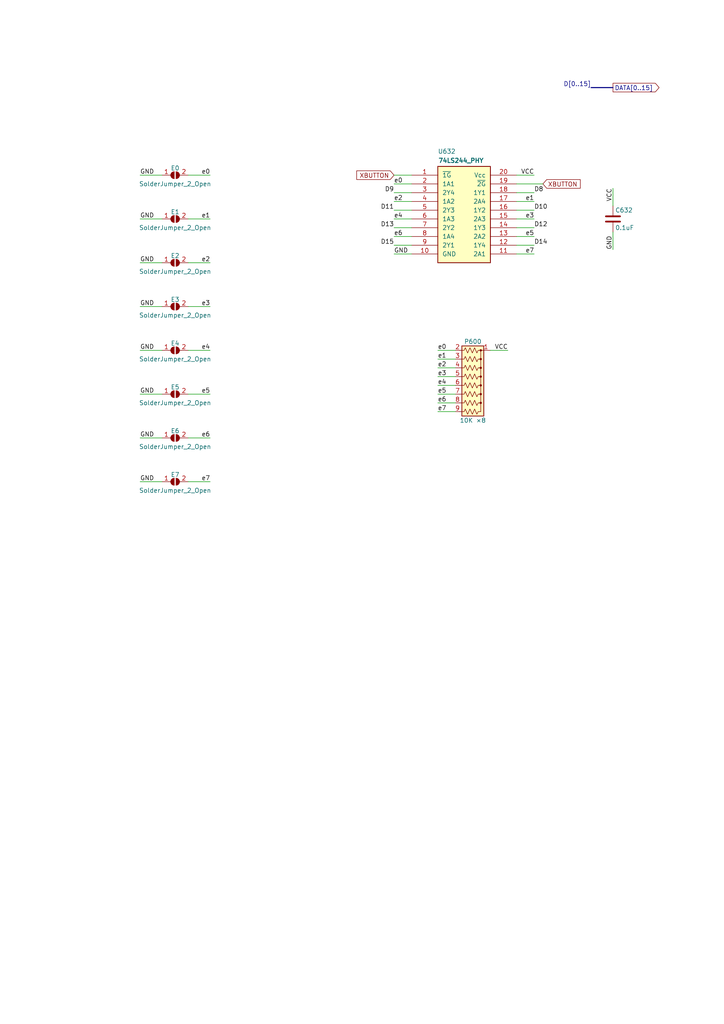
<source format=kicad_sch>
(kicad_sch (version 20230121) (generator eeschema)
  (paper "A4" portrait)
  (title_block (title "Converted schematics of Atari STE") (date "2021-08-31") (rev "1.0.0") (comment 1 "Reference : C300780-001"))
  (lib_symbols
    (symbol "74x244:74LS244_PHY" (pin_names (offset 1.27))
      (property "Reference" "U" (at 0 0 0))
      (property "Value" "74LS244_PHY" (at 0 0 0))
      (symbol "74LS244_PHY_0_0"
        (rectangle (start -7.62 13.97) (end 7.62 -13.97) (stroke (width 0.254)) (fill (type background)))
        (pin input line (at -15.24 11.43 0) (length 7.62) (name "~{1G}") (number "1"))
        (pin power_in line (at -15.24 -11.43 0) (length 7.62) (name "GND") (number "10"))
        (pin input line (at 15.24 -11.43 180) (length 7.62) (name "2A1") (number "11"))
        (pin tri_state line (at 15.24 -8.89 180) (length 7.62) (name "1Y4") (number "12"))
        (pin input line (at 15.24 -6.35 180) (length 7.62) (name "2A2") (number "13"))
        (pin tri_state line (at 15.24 -3.81 180) (length 7.62) (name "1Y3") (number "14"))
        (pin input line (at 15.24 -1.27 180) (length 7.62) (name "2A3") (number "15"))
        (pin tri_state line (at 15.24 1.27 180) (length 7.62) (name "1Y2") (number "16"))
        (pin input line (at 15.24 3.81 180) (length 7.62) (name "2A4") (number "17"))
        (pin tri_state line (at 15.24 6.35 180) (length 7.62) (name "1Y1") (number "18"))
        (pin input line (at 15.24 8.89 180) (length 7.62) (name "~{2G}") (number "19"))
        (pin input line (at -15.24 8.89 0) (length 7.62) (name "1A1") (number "2"))
        (pin power_in line (at 15.24 11.43 180) (length 7.62) (name "Vcc") (number "20"))
        (pin tri_state line (at -15.24 6.35 0) (length 7.62) (name "2Y4") (number "3"))
        (pin input line (at -15.24 3.81 0) (length 7.62) (name "1A2") (number "4"))
        (pin tri_state line (at -15.24 1.27 0) (length 7.62) (name "2Y3") (number "5"))
        (pin input line (at -15.24 -1.27 0) (length 7.62) (name "1A3") (number "6"))
        (pin tri_state line (at -15.24 -3.81 0) (length 7.62) (name "2Y2") (number "7"))
        (pin input line (at -15.24 -6.35 0) (length 7.62) (name "1A4") (number "8"))
        (pin tri_state line (at -15.24 -8.89 0) (length 7.62) (name "2Y1") (number "9"))
      )
    )
    (symbol "Device:C" (pin_numbers hide) (pin_names (offset 0.254))
      (property "Reference" "C" (at 0.635 2.54 0))
      (property "Value" "C" (at 0.635 -2.54 0))
      (symbol "C_0_1"
        (polyline (pts (xy -2.032 -0.762) (xy 2.032 -0.762)) (stroke (width 0.508)))
        (polyline (pts (xy -2.032 0.762) (xy 2.032 0.762)) (stroke (width 0.508)))
      )
      (symbol "C_1_1"
        (pin passive line (at 0 3.81 270) (length 2.794) (name "~") (number "1"))
        (pin passive line (at 0 -3.81 90) (length 2.794) (name "~") (number "2"))
      )
    )
    (symbol "Device:R_Network08_US" (pin_names (offset 0) hide)
      (property "Reference" "RN" (at -12.7 0 90))
      (property "Value" "R_Network08_US" (at 10.16 0 90))
      (symbol "R_Network08_US_0_1"
        (rectangle (start -11.43 -3.175) (end 8.89 3.175) (stroke (width 0.254)) (fill (type background)))
        (circle (center -10.16 2.286) (radius 0.254) (fill (type outline)))
        (circle (center -7.62 2.286) (radius 0.254) (fill (type outline)))
        (circle (center -5.08 2.286) (radius 0.254) (fill (type outline)))
        (circle (center -2.54 2.286) (radius 0.254) (fill (type outline)))
        (polyline (pts (xy -10.16 2.286) (xy 7.62 2.286)))
        (polyline (pts (xy -10.16 2.286) (xy -10.16 1.524) (xy -9.398 1.1684) (xy -10.922 0.508) (xy -9.398 -0.1524) (xy -10.922 -0.8382) (xy -9.398 -1.524) (xy -10.922 -2.1844) (xy -10.16 -2.54) (xy -10.16 -3.81)))
        (polyline (pts (xy -7.62 2.286) (xy -7.62 1.524) (xy -6.858 1.1684) (xy -8.382 0.508) (xy -6.858 -0.1524) (xy -8.382 -0.8382) (xy -6.858 -1.524) (xy -8.382 -2.1844) (xy -7.62 -2.54) (xy -7.62 -3.81)))
        (polyline (pts (xy -5.08 2.286) (xy -5.08 1.524) (xy -4.318 1.1684) (xy -5.842 0.508) (xy -4.318 -0.1524) (xy -5.842 -0.8382) (xy -4.318 -1.524) (xy -5.842 -2.1844) (xy -5.08 -2.54) (xy -5.08 -3.81)))
        (polyline (pts (xy -2.54 2.286) (xy -2.54 1.524) (xy -1.778 1.1684) (xy -3.302 0.508) (xy -1.778 -0.1524) (xy -3.302 -0.8382) (xy -1.778 -1.524) (xy -3.302 -2.1844) (xy -2.54 -2.54) (xy -2.54 -3.81)))
        (polyline (pts (xy 0 2.286) (xy 0 1.524) (xy 0.762 1.1684) (xy -0.762 0.508) (xy 0.762 -0.1524) (xy -0.762 -0.8382) (xy 0.762 -1.524) (xy -0.762 -2.1844) (xy 0 -2.54) (xy 0 -3.81)))
        (polyline (pts (xy 2.54 2.286) (xy 2.54 1.524) (xy 3.302 1.1684) (xy 1.778 0.508) (xy 3.302 -0.1524) (xy 1.778 -0.8382) (xy 3.302 -1.524) (xy 1.778 -2.1844) (xy 2.54 -2.54) (xy 2.54 -3.81)))
        (polyline (pts (xy 5.08 2.286) (xy 5.08 1.524) (xy 5.842 1.1684) (xy 4.318 0.508) (xy 5.842 -0.1524) (xy 4.318 -0.8382) (xy 5.842 -1.524) (xy 4.318 -2.1844) (xy 5.08 -2.54) (xy 5.08 -3.81)))
        (polyline (pts (xy 7.62 2.286) (xy 7.62 1.524) (xy 8.382 1.1684) (xy 6.858 0.508) (xy 8.382 -0.1524) (xy 6.858 -0.8382) (xy 8.382 -1.524) (xy 6.858 -2.1844) (xy 7.62 -2.54) (xy 7.62 -3.81)))
        (circle (center 0 2.286) (radius 0.254) (fill (type outline)))
        (circle (center 2.54 2.286) (radius 0.254) (fill (type outline)))
        (circle (center 5.08 2.286) (radius 0.254) (fill (type outline)))
      )
      (symbol "R_Network08_US_1_1"
        (pin passive line (at -10.16 5.08 270) (length 2.54) (name "common") (number "1"))
        (pin passive line (at -10.16 -5.08 90) (length 1.27) (name "R1") (number "2"))
        (pin passive line (at -7.62 -5.08 90) (length 1.27) (name "R2") (number "3"))
        (pin passive line (at -5.08 -5.08 90) (length 1.27) (name "R3") (number "4"))
        (pin passive line (at -2.54 -5.08 90) (length 1.27) (name "R4") (number "5"))
        (pin passive line (at 0 -5.08 90) (length 1.27) (name "R5") (number "6"))
        (pin passive line (at 2.54 -5.08 90) (length 1.27) (name "R6") (number "7"))
        (pin passive line (at 5.08 -5.08 90) (length 1.27) (name "R7") (number "8"))
        (pin passive line (at 7.62 -5.08 90) (length 1.27) (name "R8") (number "9"))
      )
    )
    (symbol "Jumper:SolderJumper_2_Open" (pin_names (offset 0) hide)
      (property "Reference" "JP" (at 0 2.032 0))
      (property "Value" "SolderJumper_2_Open" (at 0 -2.54 0))
      (symbol "SolderJumper_2_Open_0_1"
        (arc (start -0.254 1.016) (mid -1.2656 0) (end -0.254 -1.016))
        (arc (start -0.254 1.016) (mid -1.2656 0) (end -0.254 -1.016) (fill (type outline)))
        (polyline (pts (xy -0.254 1.016) (xy -0.254 -1.016)))
        (polyline (pts (xy 0.254 1.016) (xy 0.254 -1.016)))
        (arc (start 0.254 -1.016) (mid 1.2656 0) (end 0.254 1.016))
        (arc (start 0.254 -1.016) (mid 1.2656 0) (end 0.254 1.016) (fill (type outline)))
      )
      (symbol "SolderJumper_2_Open_1_1"
        (pin passive line (at -3.81 0 0) (length 2.54) (name "A") (number "1"))
        (pin passive line (at 3.81 0 180) (length 2.54) (name "B") (number "2"))
      )
    )
  )
  (wire (pts (xy 114.3 71.12) (xy 119.38 71.12)))
  (wire (pts (xy 127 111.76) (xy 132.08 111.76)))
  (wire (pts (xy 114.3 55.88) (xy 119.38 55.88)))
  (wire (pts (xy 60.96 76.2) (xy 54.61 76.2)))
  (wire (pts (xy 127 114.3) (xy 132.08 114.3)))
  (wire (pts (xy 154.94 60.96) (xy 149.86 60.96)))
  (wire (pts (xy 154.94 63.5) (xy 149.86 63.5)))
  (wire (pts (xy 40.64 101.6) (xy 46.99 101.6)))
  (wire (pts (xy 149.86 53.34) (xy 157.48 53.34)))
  (wire (pts (xy 154.94 68.58) (xy 149.86 68.58)))
  (wire (pts (xy 40.64 50.8) (xy 46.99 50.8)))
  (wire (pts (xy 40.64 114.3) (xy 46.99 114.3)))
  (wire (pts (xy 154.94 73.66) (xy 149.86 73.66)))
  (wire (pts (xy 60.96 50.8) (xy 54.61 50.8)))
  (wire (pts (xy 114.3 50.8) (xy 119.38 50.8)))
  (wire (pts (xy 142.24 101.6) (xy 147.32 101.6)))
  (wire (pts (xy 114.3 63.5) (xy 119.38 63.5)))
  (wire (pts (xy 149.86 50.8) (xy 154.94 50.8)))
  (wire (pts (xy 127 104.14) (xy 132.08 104.14)))
  (wire (pts (xy 40.64 139.7) (xy 46.99 139.7)))
  (wire (pts (xy 154.94 71.12) (xy 149.86 71.12)))
  (wire (pts (xy 114.3 58.42) (xy 119.38 58.42)))
  (wire (pts (xy 60.96 101.6) (xy 54.61 101.6)))
  (wire (pts (xy 114.3 73.66) (xy 119.38 73.66)))
  (wire (pts (xy 40.64 76.2) (xy 46.99 76.2)))
  (wire (pts (xy 177.8 54.61) (xy 177.8 59.69)))
  (wire (pts (xy 60.96 139.7) (xy 54.61 139.7)))
  (wire (pts (xy 60.96 114.3) (xy 54.61 114.3)))
  (wire (pts (xy 60.96 127) (xy 54.61 127)))
  (wire (pts (xy 127 109.22) (xy 132.08 109.22)))
  (bus (pts (xy 171.45 25.4) (xy 177.8 25.4)))
  (wire (pts (xy 40.64 127) (xy 46.99 127)))
  (wire (pts (xy 60.96 88.9) (xy 54.61 88.9)))
  (wire (pts (xy 40.64 88.9) (xy 46.99 88.9)))
  (wire (pts (xy 127 106.68) (xy 132.08 106.68)))
  (wire (pts (xy 114.3 60.96) (xy 119.38 60.96)))
  (wire (pts (xy 127 101.6) (xy 132.08 101.6)))
  (wire (pts (xy 127 116.84) (xy 132.08 116.84)))
  (wire (pts (xy 154.94 66.04) (xy 149.86 66.04)))
  (wire (pts (xy 154.94 58.42) (xy 149.86 58.42)))
  (wire (pts (xy 114.3 68.58) (xy 119.38 68.58)))
  (wire (pts (xy 177.8 67.31) (xy 177.8 72.39)))
  (wire (pts (xy 127 119.38) (xy 132.08 119.38)))
  (wire (pts (xy 114.3 66.04) (xy 119.38 66.04)))
  (wire (pts (xy 154.94 55.88) (xy 149.86 55.88)))
  (wire (pts (xy 40.64 63.5) (xy 46.99 63.5)))
  (wire (pts (xy 60.96 63.5) (xy 54.61 63.5)))
  (wire (pts (xy 114.3 53.34) (xy 119.38 53.34)))
  (label "e5" (at 60.96 114.3 180))
  (label "e2" (at 60.96 76.2 180))
  (label "D13" (at 114.3 66.04 180))
  (label "e7" (at 60.96 139.7 180))
  (label "VCC" (at 177.8 54.61 270))
  (label "e1" (at 127 104.14 0))
  (label "D11" (at 114.3 60.96 180))
  (label "D14" (at 154.94 71.12 0))
  (label "e4" (at 114.3 63.5 0))
  (label "D12" (at 154.94 66.04 0))
  (label "GND" (at 40.64 139.7 0))
  (label "GND" (at 40.64 50.8 0))
  (label "GND" (at 40.64 127 0))
  (label "VCC" (at 154.94 50.8 180))
  (label "e6" (at 114.3 68.58 0))
  (label "e2" (at 127 106.68 0))
  (label "e5" (at 154.94 68.58 180))
  (label "e3" (at 127 109.22 0))
  (label "GND" (at 40.64 101.6 0))
  (label "e3" (at 60.96 88.9 180))
  (label "D9" (at 114.3 55.88 180))
  (label "GND" (at 114.3 73.66 0))
  (label "GND" (at 40.64 63.5 0))
  (label "e3" (at 154.94 63.5 180))
  (label "e6" (at 60.96 127 180))
  (label "e4" (at 60.96 101.6 180))
  (label "e0" (at 114.3 53.34 0))
  (label "D15" (at 114.3 71.12 180))
  (label "e4" (at 127 111.76 0))
  (label "e6" (at 127 116.84 0))
  (label "e2" (at 114.3 58.42 0))
  (label "e1" (at 60.96 63.5 180))
  (label "GND" (at 177.8 72.39 90))
  (label "D8" (at 154.94 55.88 0))
  (label "e0" (at 127 101.6 0))
  (label "e1" (at 154.94 58.42 180))
  (label "GND" (at 40.64 76.2 0))
  (label "e7" (at 127 119.38 0))
  (label "VCC" (at 147.32 101.6 180))
  (label "D10" (at 154.94 60.96 0))
  (label "e5" (at 127 114.3 0))
  (label "e0" (at 60.96 50.8 180))
  (label "D[0..15]" (at 171.45 25.4 180))
  (label "GND" (at 40.64 88.9 0))
  (label "e7" (at 154.94 73.66 180))
  (label "GND" (at 40.64 114.3 0))
  (global_label "XBUTTON" (shape input) (at 114.3 50.8 180) (property "Intersheetrefs" "${INTERSHEET_REFS}" (effects hide)))
  (global_label "DATA[0..15]" (shape output) (at 177.8 25.4 0) (property "Intersheetrefs" "${INTERSHEET_REFS}" (effects hide)))
  (global_label "XBUTTON" (shape input) (at 157.48 53.34 0) (property "Intersheetrefs" "${INTERSHEET_REFS}" (effects hide)))
  (symbol (lib_id "74x244:74LS244_PHY") (at 134.62 62.23 0) (unit 1)
    (property "Reference" "U632" (at 127 43.18 0) (effects (justify left top)))
    (property "Value" "74LS244_PHY" (at 127 45.72 0) (effects (font bold) (justify left top)))
    (property "Footprint" "Package_DIP:DIP-20_W7.62mm_LongPads" (effects hide))
  )
  (symbol (lib_id "Device:R_Network08_US") (at 137.16 111.76 270) (unit 1)
    (property "Reference" "P600" (at 137.16 99.06 90))
    (property "Value" "10K ×8" (at 137.16 121.92 90))
    (property "Footprint" "Resistor_THT:R_Array_SIP9" (effects hide))
    (property "Datasheet" "http://www.vishay.com/docs/31509/csc.pdf" (effects hide))
  )
  (symbol (lib_id "Jumper:SolderJumper_2_Open") (at 50.8 50.8 0) (unit 1)
    (property "Reference" "E0" (at 50.8 48.768 0))
    (property "Value" "SolderJumper_2_Open" (at 50.8 53.34 0))
    (property "Footprint" "Jumper:SolderJumper-2_P1.3mm_Open_Pad1.0x1.5mm" (effects hide))
  )
  (symbol (lib_id "Jumper:SolderJumper_2_Open") (at 50.8 63.5 0) (unit 1)
    (property "Reference" "E1" (at 50.8 61.468 0))
    (property "Value" "SolderJumper_2_Open" (at 50.8 66.04 0))
    (property "Footprint" "Jumper:SolderJumper-2_P1.3mm_Open_Pad1.0x1.5mm" (effects hide))
  )
  (symbol (lib_id "Jumper:SolderJumper_2_Open") (at 50.8 76.2 0) (unit 1)
    (property "Reference" "E2" (at 50.8 74.168 0))
    (property "Value" "SolderJumper_2_Open" (at 50.8 78.74 0))
    (property "Footprint" "Jumper:SolderJumper-2_P1.3mm_Open_Pad1.0x1.5mm" (effects hide))
  )
  (symbol (lib_id "Jumper:SolderJumper_2_Open") (at 50.8 88.9 0) (unit 1)
    (property "Reference" "E3" (at 50.8 86.868 0))
    (property "Value" "SolderJumper_2_Open" (at 50.8 91.44 0))
    (property "Footprint" "Jumper:SolderJumper-2_P1.3mm_Open_Pad1.0x1.5mm" (effects hide))
  )
  (symbol (lib_id "Jumper:SolderJumper_2_Open") (at 50.8 101.6 0) (unit 1)
    (property "Reference" "E4" (at 50.8 99.568 0))
    (property "Value" "SolderJumper_2_Open" (at 50.8 104.14 0))
    (property "Footprint" "Jumper:SolderJumper-2_P1.3mm_Open_Pad1.0x1.5mm" (effects hide))
  )
  (symbol (lib_id "Jumper:SolderJumper_2_Open") (at 50.8 114.3 0) (unit 1)
    (property "Reference" "E5" (at 50.8 112.268 0))
    (property "Value" "SolderJumper_2_Open" (at 50.8 116.84 0))
    (property "Footprint" "Jumper:SolderJumper-2_P1.3mm_Open_Pad1.0x1.5mm" (effects hide))
  )
  (symbol (lib_id "Jumper:SolderJumper_2_Open") (at 50.8 127 0) (unit 1)
    (property "Reference" "E6" (at 50.8 124.968 0))
    (property "Value" "SolderJumper_2_Open" (at 50.8 129.54 0))
    (property "Footprint" "Jumper:SolderJumper-2_P1.3mm_Open_Pad1.0x1.5mm" (effects hide))
  )
  (symbol (lib_id "Jumper:SolderJumper_2_Open") (at 50.8 139.7 0) (unit 1)
    (property "Reference" "E7" (at 50.8 137.668 0))
    (property "Value" "SolderJumper_2_Open" (at 50.8 142.24 0))
    (property "Footprint" "Jumper:SolderJumper-2_P1.3mm_Open_Pad1.0x1.5mm" (effects hide))
  )
  (symbol (lib_id "Device:C") (at 177.8 63.5 0) (unit 1)
    (property "Reference" "C632" (at 178.435 60.96 0) (effects (justify left)))
    (property "Value" "0.1uF" (at 178.435 66.04 0) (effects (justify left)))
    (property "Footprint" "commons_passives_THT:Passive_THT_capacitor_mlcc_W2.54mm_L7.62mm" (effects hide))
  )
)
</source>
